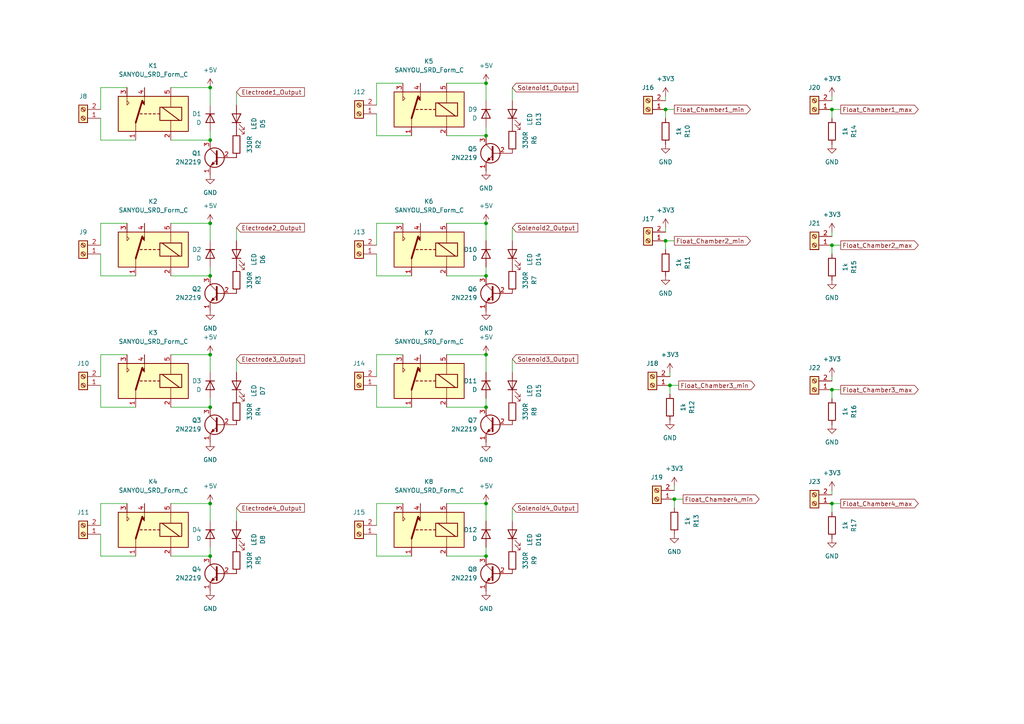
<source format=kicad_sch>
(kicad_sch (version 20231120) (generator "eeschema") (generator_version "8.0")
  (paper "A4")
  (lib_symbols
    (symbol "Connector:Screw_Terminal_01x02" (pin_names (offset 1.016) hide)
      (property "Reference" "J" (at 0 2.54 0))
      (property "Value" "Screw_Terminal_01x02" (at 0 -5.08 0))
      (symbol "Screw_Terminal_01x02_1_1"
        (rectangle (start -1.27 1.27) (end 1.27 -3.81) (stroke (width 0.254)) (fill (type background)))
        (circle (center 0 -2.54) (radius 0.635) (stroke (width 0.1524)))
        (polyline (pts (xy -0.5334 -2.2098) (xy 0.3302 -3.048)) (stroke (width 0.1524)))
        (polyline (pts (xy -0.5334 0.3302) (xy 0.3302 -0.508)) (stroke (width 0.1524)))
        (polyline (pts (xy -0.3556 -2.032) (xy 0.508 -2.8702)) (stroke (width 0.1524)))
        (polyline (pts (xy -0.3556 0.508) (xy 0.508 -0.3302)) (stroke (width 0.1524)))
        (circle (center 0 0) (radius 0.635) (stroke (width 0.1524)))
        (pin passive line (at -5.08 0 0) (length 3.81) (name "Pin_1") (number "1"))
        (pin passive line (at -5.08 -2.54 0) (length 3.81) (name "Pin_2") (number "2"))
      )
    )
    (symbol "Device:D" (pin_numbers hide) (pin_names (offset 1.016) hide)
      (property "Reference" "D" (at 0 2.54 0))
      (property "Value" "D" (at 0 -2.54 0))
      (symbol "D_0_1"
        (polyline (pts (xy -1.27 1.27) (xy -1.27 -1.27)) (stroke (width 0.254)))
        (polyline (pts (xy 1.27 0) (xy -1.27 0)))
        (polyline (pts (xy 1.27 1.27) (xy 1.27 -1.27) (xy -1.27 0) (xy 1.27 1.27)) (stroke (width 0.254)))
      )
      (symbol "D_1_1"
        (pin passive line (at -3.81 0 0) (length 2.54) (name "K") (number "1"))
        (pin passive line (at 3.81 0 180) (length 2.54) (name "A") (number "2"))
      )
    )
    (symbol "Device:LED" (pin_numbers hide) (pin_names (offset 1.016) hide)
      (property "Reference" "D" (at 0 2.54 0))
      (property "Value" "LED" (at 0 -2.54 0))
      (symbol "LED_0_1"
        (polyline (pts (xy -1.27 -1.27) (xy -1.27 1.27)) (stroke (width 0.254)))
        (polyline (pts (xy -1.27 0) (xy 1.27 0)))
        (polyline (pts (xy 1.27 -1.27) (xy 1.27 1.27) (xy -1.27 0) (xy 1.27 -1.27)) (stroke (width 0.254)))
        (polyline (pts (xy -3.048 -0.762) (xy -4.572 -2.286) (xy -3.81 -2.286) (xy -4.572 -2.286) (xy -4.572 -1.524)))
        (polyline (pts (xy -1.778 -0.762) (xy -3.302 -2.286) (xy -2.54 -2.286) (xy -3.302 -2.286) (xy -3.302 -1.524)))
      )
      (symbol "LED_1_1"
        (pin passive line (at -3.81 0 0) (length 2.54) (name "K") (number "1"))
        (pin passive line (at 3.81 0 180) (length 2.54) (name "A") (number "2"))
      )
    )
    (symbol "Device:R" (pin_numbers hide) (pin_names (offset 0))
      (property "Reference" "R" (at 2.032 0 90))
      (property "Value" "R" (at 0 0 90))
      (symbol "R_0_1"
        (rectangle (start -1.016 -2.54) (end 1.016 2.54) (stroke (width 0.254)))
      )
      (symbol "R_1_1"
        (pin passive line (at 0 3.81 270) (length 1.27) (name "~") (number "1"))
        (pin passive line (at 0 -3.81 90) (length 1.27) (name "~") (number "2"))
      )
    )
    (symbol "Relay:SANYOU_SRD_Form_C"
      (property "Reference" "K" (at 11.43 3.81 0))
      (property "Value" "SANYOU_SRD_Form_C" (at 11.43 1.27 0))
      (symbol "SANYOU_SRD_Form_C_0_0"
        (polyline (pts (xy 7.62 5.08) (xy 7.62 2.54) (xy 6.985 3.175) (xy 7.62 3.81)))
      )
      (symbol "SANYOU_SRD_Form_C_0_1"
        (rectangle (start -10.16 5.08) (end 10.16 -5.08) (stroke (width 0.254)) (fill (type background)))
        (rectangle (start -8.255 1.905) (end -1.905 -1.905) (stroke (width 0.254)))
        (polyline (pts (xy -7.62 -1.905) (xy -2.54 1.905)) (stroke (width 0.254)))
        (polyline (pts (xy -5.08 -5.08) (xy -5.08 -1.905)))
        (polyline (pts (xy -5.08 5.08) (xy -5.08 1.905)))
        (polyline (pts (xy -1.905 0) (xy -1.27 0)) (stroke (width 0.254)))
        (polyline (pts (xy -0.635 0) (xy 0 0)) (stroke (width 0.254)))
        (polyline (pts (xy 0.635 0) (xy 1.27 0)) (stroke (width 0.254)))
        (polyline (pts (xy 1.905 0) (xy 2.54 0)) (stroke (width 0.254)))
        (polyline (pts (xy 3.175 0) (xy 3.81 0)) (stroke (width 0.254)))
        (polyline (pts (xy 5.08 -2.54) (xy 3.175 3.81)) (stroke (width 0.508)))
        (polyline (pts (xy 5.08 -2.54) (xy 5.08 -5.08)))
      )
      (symbol "SANYOU_SRD_Form_C_1_1"
        (polyline (pts (xy 2.54 3.81) (xy 3.175 3.175) (xy 2.54 2.54) (xy 2.54 5.08)) (fill (type outline)))
        (pin passive line (at 5.08 -7.62 90) (length 2.54) (name "~") (number "1"))
        (pin passive line (at -5.08 -7.62 90) (length 2.54) (name "~") (number "2"))
        (pin passive line (at 7.62 7.62 270) (length 2.54) (name "~") (number "3"))
        (pin passive line (at 2.54 7.62 270) (length 2.54) (name "~") (number "4"))
        (pin passive line (at -5.08 7.62 270) (length 2.54) (name "~") (number "5"))
      )
    )
    (symbol "Transistor_BJT:2N2219" (pin_names (offset 0) hide)
      (property "Reference" "Q" (at 5.08 1.905 0))
      (property "Value" "2N2219" (at 5.08 0 0))
      (symbol "2N2219_0_1"
        (polyline (pts (xy 0.635 0.635) (xy 2.54 2.54)))
        (polyline (pts (xy 0.635 -0.635) (xy 2.54 -2.54) (xy 2.54 -2.54)))
        (polyline (pts (xy 0.635 1.905) (xy 0.635 -1.905) (xy 0.635 -1.905)) (stroke (width 0.508)))
        (polyline (pts (xy 1.27 -1.778) (xy 1.778 -1.27) (xy 2.286 -2.286) (xy 1.27 -1.778) (xy 1.27 -1.778)) (fill (type outline)))
        (circle (center 1.27 0) (radius 2.8194) (stroke (width 0.254)))
      )
      (symbol "2N2219_1_1"
        (pin passive line (at 2.54 -5.08 90) (length 2.54) (name "E") (number "1"))
        (pin passive line (at -5.08 0 0) (length 5.715) (name "B") (number "2"))
        (pin passive line (at 2.54 5.08 270) (length 2.54) (name "C") (number "3"))
      )
    )
    (symbol "power:+3.3V" (power) (pin_names (offset 0))
      (property "Value" "+3.3V" (at 0 3.556 0))
      (symbol "+3.3V_0_1"
        (polyline (pts (xy -0.762 1.27) (xy 0 2.54)))
        (polyline (pts (xy 0 0) (xy 0 2.54)))
        (polyline (pts (xy 0 2.54) (xy 0.762 1.27)))
      )
      (symbol "+3.3V_1_1"
        (pin power_in line (at 0 0 90) (length 0) hide (name "+3V3") (number "1"))
      )
    )
    (symbol "power:+5V" (power) (pin_names (offset 0))
      (property "Value" "+5V" (at 0 3.556 0))
      (symbol "+5V_0_1"
        (polyline (pts (xy -0.762 1.27) (xy 0 2.54)))
        (polyline (pts (xy 0 0) (xy 0 2.54)))
        (polyline (pts (xy 0 2.54) (xy 0.762 1.27)))
      )
      (symbol "+5V_1_1"
        (pin power_in line (at 0 0 90) (length 0) hide (name "+5V") (number "1"))
      )
    )
    (symbol "power:GND" (power) (pin_names (offset 0))
      (property "Value" "GND" (at 0 -3.81 0))
      (symbol "GND_0_1"
        (polyline (pts (xy 0 0) (xy 0 -1.27) (xy 1.27 -1.27) (xy 0 -2.54) (xy -1.27 -1.27) (xy 0 -1.27)))
      )
      (symbol "GND_1_1"
        (pin power_in line (at 0 0 270) (length 0) hide (name "GND") (number "1"))
      )
    )
  )
  (junction (at 140.97 161.29))
  (junction (at 193.04 31.75))
  (junction (at 241.3 71.12))
  (junction (at 140.97 39.37))
  (junction (at 140.97 118.11))
  (junction (at 140.97 24.13))
  (junction (at 140.97 102.87))
  (junction (at 60.96 25.4))
  (junction (at 195.58 144.78))
  (junction (at 60.96 64.77))
  (junction (at 60.96 118.11))
  (junction (at 241.3 113.03))
  (junction (at 241.3 146.05))
  (junction (at 60.96 102.87))
  (junction (at 60.96 146.05))
  (junction (at 60.96 80.01))
  (junction (at 194.31 111.76))
  (junction (at 140.97 64.77))
  (junction (at 140.97 80.01))
  (junction (at 241.3 31.75))
  (junction (at 60.96 40.64))
  (junction (at 60.96 161.29))
  (junction (at 193.04 69.85))
  (junction (at 140.97 146.05))
  (wire (pts (xy 29.21 102.87) (xy 36.83 102.87)))
  (wire (pts (xy 194.31 107.95) (xy 194.31 109.22)))
  (wire (pts (xy 49.53 80.01) (xy 60.96 80.01)))
  (wire (pts (xy 49.53 161.29) (xy 60.96 161.29)))
  (wire (pts (xy 241.3 71.12) (xy 243.84 71.12)))
  (wire (pts (xy 241.3 142.24) (xy 241.3 143.51)))
  (wire (pts (xy 60.96 161.29) (xy 60.96 158.75)))
  (wire (pts (xy 241.3 67.31) (xy 241.3 68.58)))
  (wire (pts (xy 49.53 40.64) (xy 60.96 40.64)))
  (wire (pts (xy 129.54 161.29) (xy 140.97 161.29)))
  (wire (pts (xy 148.59 25.4) (xy 148.59 29.21)))
  (wire (pts (xy 109.22 30.48) (xy 109.22 24.13)))
  (wire (pts (xy 241.3 27.94) (xy 241.3 29.21)))
  (wire (pts (xy 119.38 39.37) (xy 109.22 39.37)))
  (wire (pts (xy 109.22 161.29) (xy 109.22 154.94)))
  (wire (pts (xy 129.54 80.01) (xy 140.97 80.01)))
  (wire (pts (xy 60.96 118.11) (xy 60.96 115.57)))
  (wire (pts (xy 140.97 39.37) (xy 140.97 36.83)))
  (wire (pts (xy 39.37 161.29) (xy 29.21 161.29)))
  (wire (pts (xy 241.3 31.75) (xy 241.3 34.29)))
  (wire (pts (xy 68.58 104.14) (xy 68.58 107.95)))
  (wire (pts (xy 29.21 25.4) (xy 36.83 25.4)))
  (wire (pts (xy 109.22 102.87) (xy 116.84 102.87)))
  (wire (pts (xy 194.31 111.76) (xy 196.85 111.76)))
  (wire (pts (xy 29.21 80.01) (xy 29.21 73.66)))
  (wire (pts (xy 68.58 66.04) (xy 68.58 69.85)))
  (wire (pts (xy 129.54 118.11) (xy 140.97 118.11)))
  (wire (pts (xy 29.21 109.22) (xy 29.21 102.87)))
  (wire (pts (xy 140.97 146.05) (xy 140.97 151.13)))
  (wire (pts (xy 29.21 152.4) (xy 29.21 146.05)))
  (wire (pts (xy 241.3 71.12) (xy 241.3 73.66)))
  (wire (pts (xy 109.22 64.77) (xy 116.84 64.77)))
  (wire (pts (xy 49.53 25.4) (xy 60.96 25.4)))
  (wire (pts (xy 39.37 40.64) (xy 29.21 40.64)))
  (wire (pts (xy 195.58 144.78) (xy 195.58 147.32)))
  (wire (pts (xy 148.59 147.32) (xy 148.59 151.13)))
  (wire (pts (xy 109.22 71.12) (xy 109.22 64.77)))
  (wire (pts (xy 60.96 40.64) (xy 60.96 38.1)))
  (wire (pts (xy 140.97 102.87) (xy 140.97 107.95)))
  (wire (pts (xy 60.96 80.01) (xy 60.96 77.47)))
  (wire (pts (xy 194.31 111.76) (xy 194.31 114.3)))
  (wire (pts (xy 68.58 26.67) (xy 68.58 30.48)))
  (wire (pts (xy 60.96 102.87) (xy 60.96 107.95)))
  (wire (pts (xy 109.22 146.05) (xy 116.84 146.05)))
  (wire (pts (xy 193.04 27.94) (xy 193.04 29.21)))
  (wire (pts (xy 193.04 31.75) (xy 193.04 34.29)))
  (wire (pts (xy 39.37 118.11) (xy 29.21 118.11)))
  (wire (pts (xy 129.54 24.13) (xy 140.97 24.13)))
  (wire (pts (xy 148.59 104.14) (xy 148.59 107.95)))
  (wire (pts (xy 140.97 161.29) (xy 140.97 158.75)))
  (wire (pts (xy 129.54 146.05) (xy 140.97 146.05)))
  (wire (pts (xy 60.96 64.77) (xy 60.96 69.85)))
  (wire (pts (xy 49.53 102.87) (xy 60.96 102.87)))
  (wire (pts (xy 119.38 118.11) (xy 109.22 118.11)))
  (wire (pts (xy 193.04 69.85) (xy 195.58 69.85)))
  (wire (pts (xy 29.21 40.64) (xy 29.21 34.29)))
  (wire (pts (xy 129.54 102.87) (xy 140.97 102.87)))
  (wire (pts (xy 140.97 24.13) (xy 140.97 29.21)))
  (wire (pts (xy 29.21 71.12) (xy 29.21 64.77)))
  (wire (pts (xy 241.3 146.05) (xy 243.84 146.05)))
  (wire (pts (xy 109.22 118.11) (xy 109.22 111.76)))
  (wire (pts (xy 60.96 25.4) (xy 60.96 30.48)))
  (wire (pts (xy 241.3 146.05) (xy 241.3 148.59)))
  (wire (pts (xy 60.96 146.05) (xy 60.96 151.13)))
  (wire (pts (xy 49.53 64.77) (xy 60.96 64.77)))
  (wire (pts (xy 193.04 66.04) (xy 193.04 67.31)))
  (wire (pts (xy 129.54 39.37) (xy 140.97 39.37)))
  (wire (pts (xy 241.3 109.22) (xy 241.3 110.49)))
  (wire (pts (xy 109.22 152.4) (xy 109.22 146.05)))
  (wire (pts (xy 39.37 80.01) (xy 29.21 80.01)))
  (wire (pts (xy 49.53 118.11) (xy 60.96 118.11)))
  (wire (pts (xy 140.97 80.01) (xy 140.97 77.47)))
  (wire (pts (xy 29.21 146.05) (xy 36.83 146.05)))
  (wire (pts (xy 119.38 80.01) (xy 109.22 80.01)))
  (wire (pts (xy 241.3 113.03) (xy 243.84 113.03)))
  (wire (pts (xy 195.58 140.97) (xy 195.58 142.24)))
  (wire (pts (xy 68.58 147.32) (xy 68.58 151.13)))
  (wire (pts (xy 29.21 31.75) (xy 29.21 25.4)))
  (wire (pts (xy 195.58 144.78) (xy 198.12 144.78)))
  (wire (pts (xy 193.04 69.85) (xy 193.04 72.39)))
  (wire (pts (xy 49.53 146.05) (xy 60.96 146.05)))
  (wire (pts (xy 140.97 64.77) (xy 140.97 69.85)))
  (wire (pts (xy 109.22 24.13) (xy 116.84 24.13)))
  (wire (pts (xy 29.21 118.11) (xy 29.21 111.76)))
  (wire (pts (xy 29.21 64.77) (xy 36.83 64.77)))
  (wire (pts (xy 109.22 39.37) (xy 109.22 33.02)))
  (wire (pts (xy 193.04 31.75) (xy 195.58 31.75)))
  (wire (pts (xy 241.3 31.75) (xy 243.84 31.75)))
  (wire (pts (xy 119.38 161.29) (xy 109.22 161.29)))
  (wire (pts (xy 129.54 64.77) (xy 140.97 64.77)))
  (wire (pts (xy 148.59 66.04) (xy 148.59 69.85)))
  (wire (pts (xy 109.22 80.01) (xy 109.22 73.66)))
  (wire (pts (xy 140.97 118.11) (xy 140.97 115.57)))
  (wire (pts (xy 109.22 109.22) (xy 109.22 102.87)))
  (wire (pts (xy 29.21 161.29) (xy 29.21 154.94)))
  (wire (pts (xy 241.3 113.03) (xy 241.3 115.57)))
  (global_label "Solenoid4_Output" (shape input) (at 148.59 147.32 0) (property "Intersheetrefs" "${INTERSHEET_REFS}" (effects (hide yes))))
  (global_label "Solenoid1_Output" (shape input) (at 148.59 25.4 0) (property "Intersheetrefs" "${INTERSHEET_REFS}" (effects (hide yes))))
  (global_label "Electrode2_Output" (shape input) (at 68.58 66.04 0) (property "Intersheetrefs" "${INTERSHEET_REFS}" (effects (hide yes))))
  (global_label "Float_Chamber3_max" (shape output) (at 243.84 113.03 0) (property "Intersheetrefs" "${INTERSHEET_REFS}" (effects (hide yes))))
  (global_label "Float_Chamber3_min" (shape output) (at 196.85 111.76 0) (property "Intersheetrefs" "${INTERSHEET_REFS}" (effects (hide yes))))
  (global_label "Float_Chamber1_min" (shape output) (at 195.58 31.75 0) (property "Intersheetrefs" "${INTERSHEET_REFS}" (effects (hide yes))))
  (global_label "Float_Chamber4_min" (shape output) (at 198.12 144.78 0) (property "Intersheetrefs" "${INTERSHEET_REFS}" (effects (hide yes))))
  (global_label "Float_Chamber4_max" (shape output) (at 243.84 146.05 0) (property "Intersheetrefs" "${INTERSHEET_REFS}" (effects (hide yes))))
  (global_label "Solenoid2_Output" (shape input) (at 148.59 66.04 0) (property "Intersheetrefs" "${INTERSHEET_REFS}" (effects (hide yes))))
  (global_label "Float_Chamber1_max" (shape output) (at 243.84 31.75 0) (property "Intersheetrefs" "${INTERSHEET_REFS}" (effects (hide yes))))
  (global_label "Electrode4_Output" (shape input) (at 68.58 147.32 0) (property "Intersheetrefs" "${INTERSHEET_REFS}" (effects (hide yes))))
  (global_label "Electrode3_Output" (shape input) (at 68.58 104.14 0) (property "Intersheetrefs" "${INTERSHEET_REFS}" (effects (hide yes))))
  (global_label "Electrode1_Output" (shape input) (at 68.58 26.67 0) (property "Intersheetrefs" "${INTERSHEET_REFS}" (effects (hide yes))))
  (global_label "Float_Chamber2_max" (shape output) (at 243.84 71.12 0) (property "Intersheetrefs" "${INTERSHEET_REFS}" (effects (hide yes))))
  (global_label "Solenoid3_Output" (shape input) (at 148.59 104.14 0) (property "Intersheetrefs" "${INTERSHEET_REFS}" (effects (hide yes))))
  (global_label "Float_Chamber2_min" (shape output) (at 195.58 69.85 0) (property "Intersheetrefs" "${INTERSHEET_REFS}" (effects (hide yes))))
  (symbol (lib_id "Device:LED") (at 68.58 154.94 90) (unit 1)
    (property "Reference" "D8" (at 76.2 156.5275 0))
    (property "Value" "LED" (at 73.66 156.5275 0))
    (property "Footprint" "LED_THT:LED_D5.0mm_IRBlack" (effects (hide yes)))
  )
  (symbol (lib_id "power:GND") (at 60.96 90.17 0) (mirror y) (unit 1)
    (property "Reference" "#PWR025" (effects (hide yes)))
    (property "Value" "GND" (at 60.96 95.25 0))
  )
  (symbol (lib_id "power:+5V") (at 60.96 25.4 0) (unit 1)
    (property "Reference" "#PWR022" (effects (hide yes)))
    (property "Value" "+5V" (at 60.96 20.32 0))
  )
  (symbol (lib_id "Device:R") (at 194.31 118.11 0) (unit 1)
    (property "Reference" "R12" (at 200.66 118.11 90))
    (property "Value" "1k" (at 198.12 118.11 90))
    (property "Footprint" "Resistor_THT:R_Axial_DIN0207_L6.3mm_D2.5mm_P10.16mm_Horizontal" (effects (hide yes)))
  )
  (symbol (lib_id "Device:R") (at 68.58 119.38 0) (unit 1)
    (property "Reference" "R4" (at 74.93 119.38 90))
    (property "Value" "330R" (at 72.39 119.38 90))
    (property "Footprint" "Resistor_THT:R_Axial_DIN0207_L6.3mm_D2.5mm_P10.16mm_Horizontal" (effects (hide yes)))
  )
  (symbol (lib_id "Transistor_BJT:2N2219") (at 63.5 85.09 0) (mirror y) (unit 1)
    (property "Reference" "Q2" (at 58.42 83.8199 0) (effects (justify left)))
    (property "Value" "2N2219" (at 58.42 86.3599 0) (effects (justify left)))
    (property "Footprint" "Package_TO_SOT_THT:TO-92L_Inline" (effects (hide yes)))
    (property "Datasheet" "http://www.onsemi.com/pub_link/Collateral/2N2219-D.PDF" (effects (hide yes)))
  )
  (symbol (lib_id "power:GND") (at 241.3 81.28 0) (unit 1)
    (property "Reference" "#PWR049" (effects (hide yes)))
    (property "Value" "GND" (at 241.3 86.36 0))
  )
  (symbol (lib_id "power:+3.3V") (at 193.04 27.94 0) (unit 1)
    (property "Reference" "#PWR038" (effects (hide yes)))
    (property "Value" "+3V3" (at 193.04 22.86 0))
  )
  (symbol (lib_id "Device:R") (at 68.58 41.91 0) (unit 1)
    (property "Reference" "R2" (at 74.93 41.91 90))
    (property "Value" "330R" (at 72.39 41.91 90))
    (property "Footprint" "Resistor_THT:R_Axial_DIN0207_L6.3mm_D2.5mm_P10.16mm_Horizontal" (effects (hide yes)))
  )
  (symbol (lib_id "Connector:Screw_Terminal_01x02") (at 187.96 69.85 180) (unit 1)
    (property "Reference" "J17" (at 187.96 63.5 0))
    (property "Value" "Screw_Terminal_01x02" (effects (hide yes)))
    (property "Footprint" "TerminalBlock:TerminalBlock_bornier-2_P5.08mm" (effects (hide yes)))
  )
  (symbol (lib_id "Device:R") (at 148.59 162.56 0) (unit 1)
    (property "Reference" "R9" (at 154.94 162.56 90))
    (property "Value" "330R" (at 152.4 162.56 90))
    (property "Footprint" "Resistor_THT:R_Axial_DIN0207_L6.3mm_D2.5mm_P10.16mm_Horizontal" (effects (hide yes)))
  )
  (symbol (lib_id "Device:D") (at 60.96 34.29 90) (mirror x) (unit 1)
    (property "Reference" "D1" (at 58.42 33.0199 90) (effects (justify left)))
    (property "Value" "D" (at 58.42 35.5599 90) (effects (justify left)))
    (property "Footprint" "Diode_THT:D_A-405_P10.16mm_Horizontal" (effects (hide yes)))
  )
  (symbol (lib_id "Device:R") (at 68.58 81.28 0) (unit 1)
    (property "Reference" "R3" (at 74.93 81.28 90))
    (property "Value" "330R" (at 72.39 81.28 90))
    (property "Footprint" "Resistor_THT:R_Axial_DIN0207_L6.3mm_D2.5mm_P10.16mm_Horizontal" (effects (hide yes)))
  )
  (symbol (lib_id "Device:LED") (at 68.58 111.76 90) (unit 1)
    (property "Reference" "D7" (at 76.2 113.3475 0))
    (property "Value" "LED" (at 73.66 113.3475 0))
    (property "Footprint" "LED_THT:LED_D5.0mm_IRBlack" (effects (hide yes)))
  )
  (symbol (lib_id "power:+3.3V") (at 241.3 27.94 0) (unit 1)
    (property "Reference" "#PWR046" (effects (hide yes)))
    (property "Value" "+3V3" (at 241.3 22.86 0))
  )
  (symbol (lib_id "Device:R") (at 68.58 162.56 0) (unit 1)
    (property "Reference" "R5" (at 74.93 162.56 90))
    (property "Value" "330R" (at 72.39 162.56 90))
    (property "Footprint" "Resistor_THT:R_Axial_DIN0207_L6.3mm_D2.5mm_P10.16mm_Horizontal" (effects (hide yes)))
  )
  (symbol (lib_id "Device:R") (at 241.3 77.47 0) (unit 1)
    (property "Reference" "R15" (at 247.65 77.47 90))
    (property "Value" "1k" (at 245.11 77.47 90))
    (property "Footprint" "Resistor_THT:R_Axial_DIN0207_L6.3mm_D2.5mm_P10.16mm_Horizontal" (effects (hide yes)))
  )
  (symbol (lib_id "Connector:Screw_Terminal_01x02") (at 187.96 31.75 180) (unit 1)
    (property "Reference" "J16" (at 187.96 25.4 0))
    (property "Value" "Screw_Terminal_01x02" (effects (hide yes)))
    (property "Footprint" "TerminalBlock:TerminalBlock_bornier-2_P5.08mm" (effects (hide yes)))
  )
  (symbol (lib_id "Device:D") (at 140.97 111.76 90) (mirror x) (unit 1)
    (property "Reference" "D11" (at 138.43 110.4899 90) (effects (justify left)))
    (property "Value" "D" (at 138.43 113.0299 90) (effects (justify left)))
    (property "Footprint" "Diode_THT:D_A-405_P10.16mm_Horizontal" (effects (hide yes)))
  )
  (symbol (lib_id "Device:R") (at 148.59 81.28 0) (unit 1)
    (property "Reference" "R7" (at 154.94 81.28 90))
    (property "Value" "330R" (at 152.4 81.28 90))
    (property "Footprint" "Resistor_THT:R_Axial_DIN0207_L6.3mm_D2.5mm_P10.16mm_Horizontal" (effects (hide yes)))
  )
  (symbol (lib_id "Device:LED") (at 148.59 73.66 90) (unit 1)
    (property "Reference" "D14" (at 156.21 75.2475 0))
    (property "Value" "LED" (at 153.67 75.2475 0))
    (property "Footprint" "LED_THT:LED_D5.0mm_IRBlack" (effects (hide yes)))
  )
  (symbol (lib_id "Connector:Screw_Terminal_01x02") (at 24.13 111.76 180) (unit 1)
    (property "Reference" "J10" (at 24.13 105.41 0))
    (property "Value" "Screw_Terminal_01x02" (effects (hide yes)))
    (property "Footprint" "TerminalBlock:TerminalBlock_bornier-2_P5.08mm" (effects (hide yes)))
  )
  (symbol (lib_id "Device:R") (at 148.59 119.38 0) (unit 1)
    (property "Reference" "R8" (at 154.94 119.38 90))
    (property "Value" "330R" (at 152.4 119.38 90))
    (property "Footprint" "Resistor_THT:R_Axial_DIN0207_L6.3mm_D2.5mm_P10.16mm_Horizontal" (effects (hide yes)))
  )
  (symbol (lib_id "Device:R") (at 148.59 40.64 0) (unit 1)
    (property "Reference" "R6" (at 154.94 40.64 90))
    (property "Value" "330R" (at 152.4 40.64 90))
    (property "Footprint" "Resistor_THT:R_Axial_DIN0207_L6.3mm_D2.5mm_P10.16mm_Horizontal" (effects (hide yes)))
  )
  (symbol (lib_id "Transistor_BJT:2N2219") (at 143.51 166.37 0) (mirror y) (unit 1)
    (property "Reference" "Q8" (at 138.43 165.0999 0) (effects (justify left)))
    (property "Value" "2N2219" (at 138.43 167.6399 0) (effects (justify left)))
    (property "Footprint" "Package_TO_SOT_THT:TO-92L_Inline" (effects (hide yes)))
    (property "Datasheet" "http://www.onsemi.com/pub_link/Collateral/2N2219-D.PDF" (effects (hide yes)))
  )
  (symbol (lib_id "power:GND") (at 193.04 41.91 0) (unit 1)
    (property "Reference" "#PWR039" (effects (hide yes)))
    (property "Value" "GND" (at 193.04 46.99 0))
  )
  (symbol (lib_id "power:+3.3V") (at 194.31 107.95 0) (unit 1)
    (property "Reference" "#PWR042" (effects (hide yes)))
    (property "Value" "+3V3" (at 194.31 102.87 0))
  )
  (symbol (lib_id "Device:R") (at 195.58 151.13 0) (unit 1)
    (property "Reference" "R13" (at 201.93 151.13 90))
    (property "Value" "1k" (at 199.39 151.13 90))
    (property "Footprint" "Resistor_THT:R_Axial_DIN0207_L6.3mm_D2.5mm_P10.16mm_Horizontal" (effects (hide yes)))
  )
  (symbol (lib_id "Relay:SANYOU_SRD_Form_C") (at 124.46 110.49 0) (mirror y) (unit 1)
    (property "Reference" "K7" (at 125.73 96.52 0) (effects (justify left)))
    (property "Value" "SANYOU_SRD_Form_C" (at 134.62 99.06 0) (effects (justify left)))
    (property "Footprint" "Relay_THT:Relay_SPDT_SANYOU_SRD_Series_Form_C" (effects (hide yes)))
    (property "Datasheet" "http://www.sanyourelay.ca/public/products/pdf/SRD.pdf" (effects (hide yes)))
  )
  (symbol (lib_id "power:GND") (at 241.3 156.21 0) (unit 1)
    (property "Reference" "#PWR053" (effects (hide yes)))
    (property "Value" "GND" (at 241.3 161.29 0))
  )
  (symbol (lib_id "Device:D") (at 60.96 73.66 90) (mirror x) (unit 1)
    (property "Reference" "D2" (at 58.42 72.3899 90) (effects (justify left)))
    (property "Value" "D" (at 58.42 74.9299 90) (effects (justify left)))
    (property "Footprint" "Diode_THT:D_A-405_P10.16mm_Horizontal" (effects (hide yes)))
  )
  (symbol (lib_id "Transistor_BJT:2N2219") (at 143.51 123.19 0) (mirror y) (unit 1)
    (property "Reference" "Q7" (at 138.43 121.9199 0) (effects (justify left)))
    (property "Value" "2N2219" (at 138.43 124.4599 0) (effects (justify left)))
    (property "Footprint" "Package_TO_SOT_THT:TO-92L_Inline" (effects (hide yes)))
    (property "Datasheet" "http://www.onsemi.com/pub_link/Collateral/2N2219-D.PDF" (effects (hide yes)))
  )
  (symbol (lib_id "power:GND") (at 194.31 121.92 0) (unit 1)
    (property "Reference" "#PWR043" (effects (hide yes)))
    (property "Value" "GND" (at 194.31 127 0))
  )
  (symbol (lib_id "Connector:Screw_Terminal_01x02") (at 24.13 73.66 180) (unit 1)
    (property "Reference" "J9" (at 24.13 67.31 0))
    (property "Value" "Screw_Terminal_01x02" (effects (hide yes)))
    (property "Footprint" "TerminalBlock:TerminalBlock_bornier-2_P5.08mm" (effects (hide yes)))
  )
  (symbol (lib_id "power:+5V") (at 60.96 102.87 0) (unit 1)
    (property "Reference" "#PWR026" (effects (hide yes)))
    (property "Value" "+5V" (at 60.96 97.79 0))
  )
  (symbol (lib_id "power:+3.3V") (at 241.3 142.24 0) (unit 1)
    (property "Reference" "#PWR052" (effects (hide yes)))
    (property "Value" "+3V3" (at 241.3 137.16 0))
  )
  (symbol (lib_id "Relay:SANYOU_SRD_Form_C") (at 44.45 72.39 0) (mirror y) (unit 1)
    (property "Reference" "K2" (at 45.72 58.42 0) (effects (justify left)))
    (property "Value" "SANYOU_SRD_Form_C" (at 54.61 60.96 0) (effects (justify left)))
    (property "Footprint" "Relay_THT:Relay_SPDT_SANYOU_SRD_Series_Form_C" (effects (hide yes)))
    (property "Datasheet" "http://www.sanyourelay.ca/public/products/pdf/SRD.pdf" (effects (hide yes)))
  )
  (symbol (lib_id "power:GND") (at 241.3 123.19 0) (unit 1)
    (property "Reference" "#PWR051" (effects (hide yes)))
    (property "Value" "GND" (at 241.3 128.27 0))
  )
  (symbol (lib_id "Device:LED") (at 148.59 111.76 90) (unit 1)
    (property "Reference" "D15" (at 156.21 113.3475 0))
    (property "Value" "LED" (at 153.67 113.3475 0))
    (property "Footprint" "LED_THT:LED_D5.0mm_IRBlack" (effects (hide yes)))
  )
  (symbol (lib_id "Connector:Screw_Terminal_01x02") (at 104.14 73.66 180) (unit 1)
    (property "Reference" "J13" (at 104.14 67.31 0))
    (property "Value" "Screw_Terminal_01x02" (effects (hide yes)))
    (property "Footprint" "TerminalBlock:TerminalBlock_bornier-2_P5.08mm" (effects (hide yes)))
  )
  (symbol (lib_id "Connector:Screw_Terminal_01x02") (at 236.22 31.75 180) (unit 1)
    (property "Reference" "J20" (at 236.22 25.4 0))
    (property "Value" "Screw_Terminal_01x02" (effects (hide yes)))
    (property "Footprint" "TerminalBlock:TerminalBlock_bornier-2_P5.08mm" (effects (hide yes)))
  )
  (symbol (lib_id "Device:D") (at 60.96 154.94 90) (mirror x) (unit 1)
    (property "Reference" "D4" (at 58.42 153.6699 90) (effects (justify left)))
    (property "Value" "D" (at 58.42 156.2099 90) (effects (justify left)))
    (property "Footprint" "Diode_THT:D_A-405_P10.16mm_Horizontal" (effects (hide yes)))
  )
  (symbol (lib_id "Relay:SANYOU_SRD_Form_C") (at 44.45 110.49 0) (mirror y) (unit 1)
    (property "Reference" "K3" (at 45.72 96.52 0) (effects (justify left)))
    (property "Value" "SANYOU_SRD_Form_C" (at 54.61 99.06 0) (effects (justify left)))
    (property "Footprint" "Relay_THT:Relay_SPDT_SANYOU_SRD_Series_Form_C" (effects (hide yes)))
    (property "Datasheet" "http://www.sanyourelay.ca/public/products/pdf/SRD.pdf" (effects (hide yes)))
  )
  (symbol (lib_id "Transistor_BJT:2N2219") (at 143.51 44.45 0) (mirror y) (unit 1)
    (property "Reference" "Q5" (at 138.43 43.1799 0) (effects (justify left)))
    (property "Value" "2N2219" (at 138.43 45.7199 0) (effects (justify left)))
    (property "Footprint" "Package_TO_SOT_THT:TO-92L_Inline" (effects (hide yes)))
    (property "Datasheet" "http://www.onsemi.com/pub_link/Collateral/2N2219-D.PDF" (effects (hide yes)))
  )
  (symbol (lib_id "Connector:Screw_Terminal_01x02") (at 236.22 71.12 180) (unit 1)
    (property "Reference" "J21" (at 236.22 64.77 0))
    (property "Value" "Screw_Terminal_01x02" (effects (hide yes)))
    (property "Footprint" "TerminalBlock:TerminalBlock_bornier-2_P5.08mm" (effects (hide yes)))
  )
  (symbol (lib_id "Device:D") (at 140.97 33.02 90) (mirror x) (unit 1)
    (property "Reference" "D9" (at 138.43 31.7499 90) (effects (justify left)))
    (property "Value" "D" (at 138.43 34.2899 90) (effects (justify left)))
    (property "Footprint" "Diode_THT:D_A-405_P10.16mm_Horizontal" (effects (hide yes)))
  )
  (symbol (lib_id "power:+5V") (at 140.97 102.87 0) (unit 1)
    (property "Reference" "#PWR034" (effects (hide yes)))
    (property "Value" "+5V" (at 140.97 97.79 0))
  )
  (symbol (lib_id "Transistor_BJT:2N2219") (at 63.5 123.19 0) (mirror y) (unit 1)
    (property "Reference" "Q3" (at 58.42 121.9199 0) (effects (justify left)))
    (property "Value" "2N2219" (at 58.42 124.4599 0) (effects (justify left)))
    (property "Footprint" "Package_TO_SOT_THT:TO-92L_Inline" (effects (hide yes)))
    (property "Datasheet" "http://www.onsemi.com/pub_link/Collateral/2N2219-D.PDF" (effects (hide yes)))
  )
  (symbol (lib_id "power:GND") (at 241.3 41.91 0) (unit 1)
    (property "Reference" "#PWR047" (effects (hide yes)))
    (property "Value" "GND" (at 241.3 46.99 0))
  )
  (symbol (lib_id "Device:LED") (at 148.59 154.94 90) (unit 1)
    (property "Reference" "D16" (at 156.21 156.5275 0))
    (property "Value" "LED" (at 153.67 156.5275 0))
    (property "Footprint" "LED_THT:LED_D5.0mm_IRBlack" (effects (hide yes)))
  )
  (symbol (lib_id "Device:LED") (at 68.58 73.66 90) (unit 1)
    (property "Reference" "D6" (at 76.2 75.2475 0))
    (property "Value" "LED" (at 73.66 75.2475 0))
    (property "Footprint" "LED_THT:LED_D5.0mm_IRBlack" (effects (hide yes)))
  )
  (symbol (lib_id "power:+3.3V") (at 193.04 66.04 0) (unit 1)
    (property "Reference" "#PWR040" (effects (hide yes)))
    (property "Value" "+3V3" (at 193.04 60.96 0))
  )
  (symbol (lib_id "power:GND") (at 140.97 90.17 0) (mirror y) (unit 1)
    (property "Reference" "#PWR033" (effects (hide yes)))
    (property "Value" "GND" (at 140.97 95.25 0))
  )
  (symbol (lib_id "Connector:Screw_Terminal_01x02") (at 24.13 154.94 180) (unit 1)
    (property "Reference" "J11" (at 24.13 148.59 0))
    (property "Value" "Screw_Terminal_01x02" (effects (hide yes)))
    (property "Footprint" "TerminalBlock:TerminalBlock_bornier-2_P5.08mm" (effects (hide yes)))
  )
  (symbol (lib_id "Connector:Screw_Terminal_01x02") (at 24.13 34.29 180) (unit 1)
    (property "Reference" "J8" (at 24.13 27.94 0))
    (property "Value" "Screw_Terminal_01x02" (effects (hide yes)))
    (property "Footprint" "TerminalBlock:TerminalBlock_bornier-2_P5.08mm" (effects (hide yes)))
  )
  (symbol (lib_id "Device:LED") (at 148.59 33.02 90) (unit 1)
    (property "Reference" "D13" (at 156.21 34.6075 0))
    (property "Value" "LED" (at 153.67 34.6075 0))
    (property "Footprint" "LED_THT:LED_D5.0mm_IRBlack" (effects (hide yes)))
  )
  (symbol (lib_id "Relay:SANYOU_SRD_Form_C") (at 44.45 33.02 0) (mirror y) (unit 1)
    (property "Reference" "K1" (at 45.72 19.05 0) (effects (justify left)))
    (property "Value" "SANYOU_SRD_Form_C" (at 54.61 21.59 0) (effects (justify left)))
    (property "Footprint" "Relay_THT:Relay_SPDT_SANYOU_SRD_Series_Form_C" (effects (hide yes)))
    (property "Datasheet" "http://www.sanyourelay.ca/public/products/pdf/SRD.pdf" (effects (hide yes)))
  )
  (symbol (lib_id "Connector:Screw_Terminal_01x02") (at 104.14 33.02 180) (unit 1)
    (property "Reference" "J12" (at 104.14 26.67 0))
    (property "Value" "Screw_Terminal_01x02" (effects (hide yes)))
    (property "Footprint" "TerminalBlock:TerminalBlock_bornier-2_P5.08mm" (effects (hide yes)))
  )
  (symbol (lib_id "Relay:SANYOU_SRD_Form_C") (at 124.46 31.75 0) (mirror y) (unit 1)
    (property "Reference" "K5" (at 125.73 17.78 0) (effects (justify left)))
    (property "Value" "SANYOU_SRD_Form_C" (at 134.62 20.32 0) (effects (justify left)))
    (property "Footprint" "Relay_THT:Relay_SPDT_SANYOU_SRD_Series_Form_C" (effects (hide yes)))
    (property "Datasheet" "http://www.sanyourelay.ca/public/products/pdf/SRD.pdf" (effects (hide yes)))
  )
  (symbol (lib_id "power:+5V") (at 140.97 64.77 0) (unit 1)
    (property "Reference" "#PWR032" (effects (hide yes)))
    (property "Value" "+5V" (at 140.97 59.69 0))
  )
  (symbol (lib_id "Relay:SANYOU_SRD_Form_C") (at 44.45 153.67 0) (mirror y) (unit 1)
    (property "Reference" "K4" (at 45.72 139.7 0) (effects (justify left)))
    (property "Value" "SANYOU_SRD_Form_C" (at 54.61 142.24 0) (effects (justify left)))
    (property "Footprint" "Relay_THT:Relay_SPDT_SANYOU_SRD_Series_Form_C" (effects (hide yes)))
    (property "Datasheet" "http://www.sanyourelay.ca/public/products/pdf/SRD.pdf" (effects (hide yes)))
  )
  (symbol (lib_id "power:GND") (at 140.97 171.45 0) (mirror y) (unit 1)
    (property "Reference" "#PWR037" (effects (hide yes)))
    (property "Value" "GND" (at 140.97 176.53 0))
  )
  (symbol (lib_id "power:+5V") (at 60.96 146.05 0) (unit 1)
    (property "Reference" "#PWR028" (effects (hide yes)))
    (property "Value" "+5V" (at 60.96 140.97 0))
  )
  (symbol (lib_id "power:GND") (at 140.97 49.53 0) (mirror y) (unit 1)
    (property "Reference" "#PWR031" (effects (hide yes)))
    (property "Value" "GND" (at 140.97 54.61 0))
  )
  (symbol (lib_id "Connector:Screw_Terminal_01x02") (at 104.14 111.76 180) (unit 1)
    (property "Reference" "J14" (at 104.14 105.41 0))
    (property "Value" "Screw_Terminal_01x02" (effects (hide yes)))
    (property "Footprint" "TerminalBlock:TerminalBlock_bornier-2_P5.08mm" (effects (hide yes)))
  )
  (symbol (lib_id "power:+5V") (at 140.97 24.13 0) (unit 1)
    (property "Reference" "#PWR030" (effects (hide yes)))
    (property "Value" "+5V" (at 140.97 19.05 0))
  )
  (symbol (lib_id "Device:D") (at 60.96 111.76 90) (mirror x) (unit 1)
    (property "Reference" "D3" (at 58.42 110.4899 90) (effects (justify left)))
    (property "Value" "D" (at 58.42 113.0299 90) (effects (justify left)))
    (property "Footprint" "Diode_THT:D_A-405_P10.16mm_Horizontal" (effects (hide yes)))
  )
  (symbol (lib_id "power:+3.3V") (at 195.58 140.97 0) (unit 1)
    (property "Reference" "#PWR044" (effects (hide yes)))
    (property "Value" "+3V3" (at 195.58 135.89 0))
  )
  (symbol (lib_id "Device:R") (at 193.04 38.1 0) (unit 1)
    (property "Reference" "R10" (at 199.39 38.1 90))
    (property "Value" "1k" (at 196.85 38.1 90))
    (property "Footprint" "Resistor_THT:R_Axial_DIN0207_L6.3mm_D2.5mm_P10.16mm_Horizontal" (effects (hide yes)))
  )
  (symbol (lib_id "Device:R") (at 241.3 152.4 0) (unit 1)
    (property "Reference" "R17" (at 247.65 152.4 90))
    (property "Value" "1k" (at 245.11 152.4 90))
    (property "Footprint" "Resistor_THT:R_Axial_DIN0207_L6.3mm_D2.5mm_P10.16mm_Horizontal" (effects (hide yes)))
  )
  (symbol (lib_id "Device:LED") (at 68.58 34.29 90) (unit 1)
    (property "Reference" "D5" (at 76.2 35.8775 0))
    (property "Value" "LED" (at 73.66 35.8775 0))
    (property "Footprint" "LED_THT:LED_D5.0mm_IRBlack" (effects (hide yes)))
  )
  (symbol (lib_id "Device:R") (at 241.3 38.1 0) (unit 1)
    (property "Reference" "R14" (at 247.65 38.1 90))
    (property "Value" "1k" (at 245.11 38.1 90))
    (property "Footprint" "Resistor_THT:R_Axial_DIN0207_L6.3mm_D2.5mm_P10.16mm_Horizontal" (effects (hide yes)))
  )
  (symbol (lib_id "power:+5V") (at 140.97 146.05 0) (unit 1)
    (property "Reference" "#PWR036" (effects (hide yes)))
    (property "Value" "+5V" (at 140.97 140.97 0))
  )
  (symbol (lib_id "power:GND") (at 195.58 154.94 0) (unit 1)
    (property "Reference" "#PWR045" (effects (hide yes)))
    (property "Value" "GND" (at 195.58 160.02 0))
  )
  (symbol (lib_id "power:GND") (at 60.96 128.27 0) (mirror y) (unit 1)
    (property "Reference" "#PWR027" (effects (hide yes)))
    (property "Value" "GND" (at 60.96 133.35 0))
  )
  (symbol (lib_id "Device:D") (at 140.97 154.94 90) (mirror x) (unit 1)
    (property "Reference" "D12" (at 138.43 153.6699 90) (effects (justify left)))
    (property "Value" "D" (at 138.43 156.2099 90) (effects (justify left)))
    (property "Footprint" "Diode_THT:D_A-405_P10.16mm_Horizontal" (effects (hide yes)))
  )
  (symbol (lib_id "power:GND") (at 140.97 128.27 0) (mirror y) (unit 1)
    (property "Reference" "#PWR035" (effects (hide yes)))
    (property "Value" "GND" (at 140.97 133.35 0))
  )
  (symbol (lib_id "Transistor_BJT:2N2219") (at 63.5 166.37 0) (mirror y) (unit 1)
    (property "Reference" "Q4" (at 58.42 165.0999 0) (effects (justify left)))
    (property "Value" "2N2219" (at 58.42 167.6399 0) (effects (justify left)))
    (property "Footprint" "Package_TO_SOT_THT:TO-92L_Inline" (effects (hide yes)))
    (property "Datasheet" "http://www.onsemi.com/pub_link/Collateral/2N2219-D.PDF" (effects (hide yes)))
  )
  (symbol (lib_id "power:+3.3V") (at 241.3 109.22 0) (unit 1)
    (property "Reference" "#PWR050" (effects (hide yes)))
    (property "Value" "+3V3" (at 241.3 104.14 0))
  )
  (symbol (lib_id "power:GND") (at 60.96 50.8 0) (mirror y) (unit 1)
    (property "Reference" "#PWR023" (effects (hide yes)))
    (property "Value" "GND" (at 60.96 55.88 0))
  )
  (symbol (lib_id "Relay:SANYOU_SRD_Form_C") (at 124.46 153.67 0) (mirror y) (unit 1)
    (property "Reference" "K8" (at 125.73 139.7 0) (effects (justify left)))
    (property "Value" "SANYOU_SRD_Form_C" (at 134.62 142.24 0) (effects (justify left)))
    (property "Footprint" "Relay_THT:Relay_SPDT_SANYOU_SRD_Series_Form_C" (effects (hide yes)))
    (property "Datasheet" "http://www.sanyourelay.ca/public/products/pdf/SRD.pdf" (effects (hide yes)))
  )
  (symbol (lib_id "power:+5V") (at 60.96 64.77 0) (unit 1)
    (property "Reference" "#PWR024" (effects (hide yes)))
    (property "Value" "+5V" (at 60.96 59.69 0))
  )
  (symbol (lib_id "Relay:SANYOU_SRD_Form_C") (at 124.46 72.39 0) (mirror y) (unit 1)
    (property "Reference" "K6" (at 125.73 58.42 0) (effects (justify left)))
    (property "Value" "SANYOU_SRD_Form_C" (at 134.62 60.96 0) (effects (justify left)))
    (property "Footprint" "Relay_THT:Relay_SPDT_SANYOU_SRD_Series_Form_C" (effects (hide yes)))
    (property "Datasheet" "http://www.sanyourelay.ca/public/products/pdf/SRD.pdf" (effects (hide yes)))
  )
  (symbol (lib_id "Connector:Screw_Terminal_01x02") (at 104.14 154.94 180) (unit 1)
    (property "Reference" "J15" (at 104.14 148.59 0))
    (property "Value" "Screw_Terminal_01x02" (effects (hide yes)))
    (property "Footprint" "TerminalBlock:TerminalBlock_bornier-2_P5.08mm" (effects (hide yes)))
  )
  (symbol (lib_id "power:GND") (at 60.96 171.45 0) (mirror y) (unit 1)
    (property "Reference" "#PWR029" (effects (hide yes)))
    (property "Value" "GND" (at 60.96 176.53 0))
  )
  (symbol (lib_id "power:GND") (at 193.04 80.01 0) (unit 1)
    (property "Reference" "#PWR041" (effects (hide yes)))
    (property "Value" "GND" (at 193.04 85.09 0))
  )
  (symbol (lib_id "Connector:Screw_Terminal_01x02") (at 236.22 113.03 180) (unit 1)
    (property "Reference" "J22" (at 236.22 106.68 0))
    (property "Value" "Screw_Terminal_01x02" (effects (hide yes)))
    (property "Footprint" "TerminalBlock:TerminalBlock_bornier-2_P5.08mm" (effects (hide yes)))
  )
  (symbol (lib_id "Device:R") (at 241.3 119.38 0) (unit 1)
    (property "Reference" "R16" (at 247.65 119.38 90))
    (property "Value" "1k" (at 245.11 119.38 90))
    (property "Footprint" "Resistor_THT:R_Axial_DIN0207_L6.3mm_D2.5mm_P10.16mm_Horizontal" (effects (hide yes)))
  )
  (symbol (lib_id "Device:R") (at 193.04 76.2 0) (unit 1)
    (property "Reference" "R11" (at 199.39 76.2 90))
    (property "Value" "1k" (at 196.85 76.2 90))
    (property "Footprint" "Resistor_THT:R_Axial_DIN0207_L6.3mm_D2.5mm_P10.16mm_Horizontal" (effects (hide yes)))
  )
  (symbol (lib_id "power:+3.3V") (at 241.3 67.31 0) (unit 1)
    (property "Reference" "#PWR048" (effects (hide yes)))
    (property "Value" "+3V3" (at 241.3 62.23 0))
  )
  (symbol (lib_id "Transistor_BJT:2N2219") (at 63.5 45.72 0) (mirror y) (unit 1)
    (property "Reference" "Q1" (at 58.42 44.4499 0) (effects (justify left)))
    (property "Value" "2N2219" (at 58.42 46.9899 0) (effects (justify left)))
    (property "Footprint" "Package_TO_SOT_THT:TO-92L_Inline" (effects (hide yes)))
    (property "Datasheet" "http://www.onsemi.com/pub_link/Collateral/2N2219-D.PDF" (effects (hide yes)))
  )
  (symbol (lib_id "Transistor_BJT:2N2219") (at 143.51 85.09 0) (mirror y) (unit 1)
    (property "Reference" "Q6" (at 138.43 83.8199 0) (effects (justify left)))
    (property "Value" "2N2219" (at 138.43 86.3599 0) (effects (justify left)))
    (property "Footprint" "Package_TO_SOT_THT:TO-92L_Inline" (effects (hide yes)))
    (property "Datasheet" "http://www.onsemi.com/pub_link/Collateral/2N2219-D.PDF" (effects (hide yes)))
  )
  (symbol (lib_id "Device:D") (at 140.97 73.66 90) (mirror x) (unit 1)
    (property "Reference" "D10" (at 138.43 72.3899 90) (effects (justify left)))
    (property "Value" "D" (at 138.43 74.9299 90) (effects (justify left)))
    (property "Footprint" "Diode_THT:D_A-405_P10.16mm_Horizontal" (effects (hide yes)))
  )
  (symbol (lib_id "Connector:Screw_Terminal_01x02") (at 190.5 144.78 180) (unit 1)
    (property "Reference" "J19" (at 190.5 138.43 0))
    (property "Value" "Screw_Terminal_01x02" (effects (hide yes)))
    (property "Footprint" "TerminalBlock:TerminalBlock_bornier-2_P5.08mm" (effects (hide yes)))
  )
  (symbol (lib_id "Connector:Screw_Terminal_01x02") (at 189.23 111.76 180) (unit 1)
    (property "Reference" "J18" (at 189.23 105.41 0))
    (property "Value" "Screw_Terminal_01x02" (effects (hide yes)))
    (property "Footprint" "TerminalBlock:TerminalBlock_bornier-2_P5.08mm" (effects (hide yes)))
  )
  (symbol (lib_id "Connector:Screw_Terminal_01x02") (at 236.22 146.05 180) (unit 1)
    (property "Reference" "J23" (at 236.22 139.7 0))
    (property "Value" "Screw_Terminal_01x02" (effects (hide yes)))
    (property "Footprint" "TerminalBlock:TerminalBlock_bornier-2_P5.08mm" (effects (hide yes)))
  )
)
</source>
